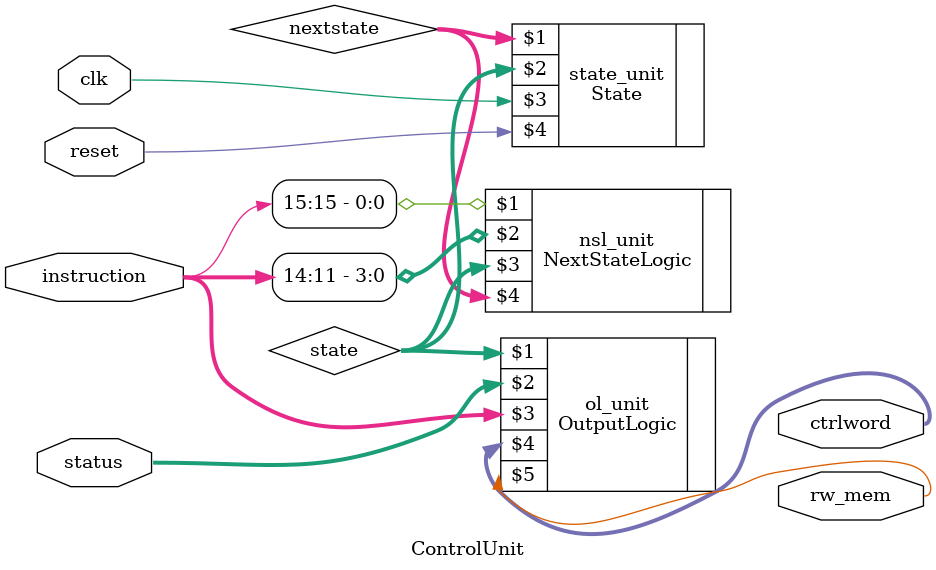
<source format=v>
`include "ControlUnit/NextStateLogic.v"
`include "ControlUnit/State.v"
`include "ControlUnit/OutputLogic.v"

module ControlUnit(
  clk,         //clock signal
  reset,       //signal resetting the control unit to the IF state
  instruction, //an instruction from the IR register
  status,      //processor status
  ctrlword,    //control word to manage the datapath
  rw_mem       //signal that indicates the operation mode of the main memory
);

  //Port definition
  input  wire       clk, reset;
  input  wire[4:0]  status; //d, v, c, z, n
  input  wire[15:0] instruction;
  output wire[19:0] ctrlword;
  output wire       rw_mem;

  //Internal signals
  wire[12:0] state, nextstate;

  NextStateLogic nsl_unit(
    instruction[15],    //instruction format
    instruction[14:11], //functional operation
    state,              //memory
    nextstate           //output of the nsl module
  );

  State state_unit(
    nextstate, //the input of the memory
    state,     //the output of the memory
    clk,       //the clock signal
    reset      //the reset signal
  );

  OutputLogic ol_unit(
    state,       //output memory
    status,      //output from the PSR register
    instruction, //an instruction from the IR register
    ctrlword,    //the control word generated by the control unit
    rw_mem
  );

endmodule // ControUnit

</source>
